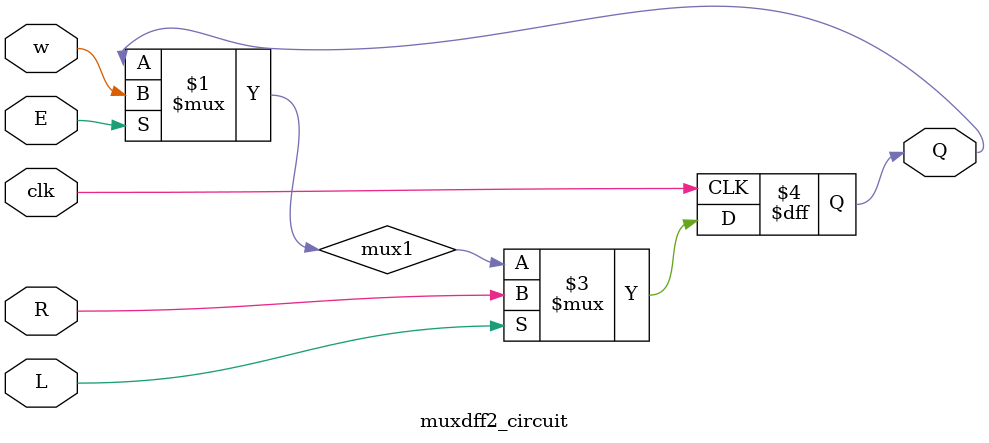
<source format=v>
module muxdff2_circuit(
   input clk,
   input w, R, E, L,
   output reg Q
);
   wire mux1;
   assign mux1 = E ? w : Q;
    
	always @(posedge clk) begin
		Q <= L ? R : mux1;
	end
endmodule 
</source>
